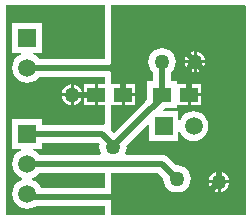
<source format=gbl>
%FSLAX25Y25*%
%MOIN*%
G70*
G01*
G75*
G04 Layer_Physical_Order=2*
G04 Layer_Color=16711680*
%ADD10O,0.02362X0.08661*%
%ADD11R,0.05000X0.06000*%
%ADD12R,0.06000X0.05000*%
%ADD13C,0.02000*%
%ADD14R,0.05906X0.05906*%
%ADD15C,0.05906*%
%ADD16R,0.05906X0.05906*%
%ADD17C,0.05000*%
G36*
X143461Y118475D02*
X122022D01*
X121826Y118947D01*
X121032Y119981D01*
X119998Y120775D01*
X119024Y121178D01*
Y121719D01*
X119998Y122123D01*
X121032Y122916D01*
X121421Y123423D01*
X143461D01*
Y118475D01*
D02*
G37*
G36*
X190328Y179277D02*
X190500Y178848D01*
Y109449D01*
X145500D01*
Y123423D01*
X161247D01*
X162991Y121678D01*
X162961Y121449D01*
X163116Y120274D01*
X163569Y119179D01*
X164291Y118239D01*
X165231Y117518D01*
X166325Y117065D01*
X167500Y116910D01*
X168675Y117065D01*
X169769Y117518D01*
X170709Y118239D01*
X171431Y119179D01*
X171884Y120274D01*
X172039Y121449D01*
X171884Y122624D01*
X171431Y123718D01*
X170709Y124658D01*
X169769Y125380D01*
X168675Y125833D01*
X167500Y125988D01*
X167271Y125957D01*
X164640Y128588D01*
X164013Y129069D01*
X163799Y129158D01*
X163283Y129372D01*
X162500Y129475D01*
X150567D01*
X150240Y129975D01*
X150571Y130774D01*
X150726Y131949D01*
X150651Y132520D01*
X157585Y139454D01*
X158047Y139263D01*
Y134047D01*
X167953D01*
Y136936D01*
X168453Y137036D01*
X168674Y136502D01*
X169468Y135468D01*
X170502Y134674D01*
X171707Y134175D01*
X173000Y134004D01*
X174293Y134175D01*
X175498Y134674D01*
X176532Y135468D01*
X177326Y136502D01*
X177825Y137707D01*
X177996Y139000D01*
X177825Y140293D01*
X177326Y141498D01*
X176532Y142532D01*
X175498Y143326D01*
X174293Y143825D01*
X173000Y143995D01*
X171707Y143825D01*
X170502Y143326D01*
X169468Y142532D01*
X168674Y141498D01*
X168453Y140964D01*
X167953Y141064D01*
Y143953D01*
X163124D01*
X162932Y144415D01*
X163467Y144949D01*
X167500D01*
Y145949D01*
X171000D01*
Y149449D01*
Y152949D01*
X167500D01*
Y153949D01*
X165526D01*
Y157098D01*
X165709Y157239D01*
X166431Y158179D01*
X166884Y159274D01*
X167039Y160449D01*
X166884Y161624D01*
X166431Y162718D01*
X165709Y163658D01*
X164769Y164380D01*
X163675Y164833D01*
X162500Y164988D01*
X161325Y164833D01*
X160231Y164380D01*
X159291Y163658D01*
X158569Y162718D01*
X158116Y161624D01*
X157961Y160449D01*
X158116Y159274D01*
X158569Y158179D01*
X159291Y157239D01*
X159474Y157098D01*
Y153949D01*
X157500D01*
Y147660D01*
X157292Y147573D01*
X156665Y147092D01*
X146400Y136828D01*
X145500Y137728D01*
Y145949D01*
X149000D01*
Y149449D01*
Y152949D01*
X145539D01*
Y155423D01*
X145500Y155620D01*
Y161278D01*
X145539Y161475D01*
Y163184D01*
X145500Y163381D01*
Y163582D01*
Y179449D01*
X189870D01*
X190328Y179277D01*
D02*
G37*
G36*
X141773Y132896D02*
X141648Y131949D01*
X141803Y130774D01*
X142134Y129975D01*
X141808Y129475D01*
X121421D01*
X121032Y129981D01*
X119998Y130775D01*
X119464Y130996D01*
X119564Y131496D01*
X122453D01*
Y133423D01*
X141247D01*
X141773Y132896D01*
D02*
G37*
G36*
X143461Y163381D02*
Y163381D01*
Y163381D01*
X143500Y163184D01*
Y161475D01*
X121421D01*
X121032Y161981D01*
X119998Y162775D01*
X119464Y162996D01*
X119564Y163496D01*
X122453D01*
Y173402D01*
X112547D01*
Y163496D01*
X115436D01*
X115536Y162996D01*
X115002Y162775D01*
X113968Y161981D01*
X113174Y160947D01*
X112675Y159742D01*
X112504Y158449D01*
X112675Y157156D01*
X113174Y155951D01*
X113968Y154917D01*
X115002Y154123D01*
X116207Y153624D01*
X117500Y153453D01*
X118793Y153624D01*
X119998Y154123D01*
X121032Y154917D01*
X121421Y155423D01*
X143500D01*
Y152949D01*
X141000D01*
Y149449D01*
Y145949D01*
X143461D01*
Y144949D01*
Y139802D01*
X142961Y139414D01*
X142500Y139475D01*
X122453D01*
Y141402D01*
X112547D01*
Y131496D01*
X115436D01*
X115536Y130996D01*
X115002Y130775D01*
X113968Y129981D01*
X113174Y128947D01*
X112675Y127742D01*
X112504Y126449D01*
X112675Y125156D01*
X113174Y123951D01*
X113968Y122916D01*
X115002Y122123D01*
X115976Y121719D01*
Y121178D01*
X115002Y120775D01*
X113968Y119981D01*
X113174Y118947D01*
X112675Y117742D01*
X112504Y116449D01*
X112675Y115156D01*
X113174Y113951D01*
X113968Y112917D01*
X115002Y112123D01*
X116207Y111624D01*
X117500Y111453D01*
X118793Y111624D01*
X119998Y112123D01*
X120389Y112423D01*
X143461D01*
Y109449D01*
X110500D01*
Y110449D01*
Y179449D01*
X143461D01*
Y163381D01*
D02*
G37*
%LPC*%
G36*
X175500Y148949D02*
X172000D01*
Y145949D01*
X175500D01*
Y148949D01*
D02*
G37*
G36*
X153500D02*
X150000D01*
Y145949D01*
X153500D01*
Y148949D01*
D02*
G37*
G36*
X140000D02*
X136426D01*
X136500Y148772D01*
Y145949D01*
X140000D01*
Y148949D01*
D02*
G37*
G36*
X184964Y119949D02*
X182000D01*
Y116984D01*
X182414Y117039D01*
X183265Y117392D01*
X183996Y117953D01*
X184557Y118684D01*
X184910Y119535D01*
X184964Y119949D01*
D02*
G37*
G36*
X181000D02*
X178036D01*
X178090Y119535D01*
X178443Y118684D01*
X179004Y117953D01*
X179735Y117392D01*
X180586Y117039D01*
X181000Y116984D01*
Y119949D01*
D02*
G37*
G36*
X182000Y123913D02*
Y120949D01*
X184964D01*
X184910Y121362D01*
X184557Y122214D01*
X183996Y122945D01*
X183265Y123506D01*
X182414Y123859D01*
X182000Y123913D01*
D02*
G37*
G36*
X181000D02*
X180586Y123859D01*
X179735Y123506D01*
X179004Y122945D01*
X178443Y122214D01*
X178090Y121362D01*
X178036Y120949D01*
X181000D01*
Y123913D01*
D02*
G37*
G36*
X173000Y159949D02*
X170036D01*
X170090Y159535D01*
X170443Y158684D01*
X171004Y157953D01*
X171735Y157392D01*
X172586Y157039D01*
X173000Y156984D01*
Y159949D01*
D02*
G37*
G36*
X175500Y152949D02*
X172000D01*
Y149949D01*
X175500D01*
Y152949D01*
D02*
G37*
G36*
X176964Y159949D02*
X174000D01*
Y156984D01*
X174414Y157039D01*
X175265Y157392D01*
X175996Y157953D01*
X176557Y158684D01*
X176910Y159535D01*
X176964Y159949D01*
D02*
G37*
G36*
X174000Y163913D02*
Y160949D01*
X176964D01*
X176910Y161363D01*
X176557Y162214D01*
X175996Y162945D01*
X175265Y163506D01*
X174414Y163859D01*
X174000Y163913D01*
D02*
G37*
G36*
X173000D02*
X172586Y163859D01*
X171735Y163506D01*
X171004Y162945D01*
X170443Y162214D01*
X170090Y161363D01*
X170036Y160949D01*
X173000D01*
Y163913D01*
D02*
G37*
G36*
X133000Y152913D02*
Y149449D01*
Y145984D01*
X133414Y146039D01*
X134265Y146392D01*
X134996Y146953D01*
X135557Y147684D01*
X135910Y148535D01*
X135996Y149192D01*
Y149192D01*
X136000Y149219D01*
X136000Y149219D01*
Y149678D01*
X136000Y149679D01*
X135996Y149706D01*
Y149706D01*
X135910Y150363D01*
X135557Y151214D01*
X134996Y151945D01*
X134265Y152506D01*
X133414Y152859D01*
X133000Y152913D01*
D02*
G37*
G36*
X132000Y148949D02*
X129036D01*
X129090Y148535D01*
X129443Y147684D01*
X130004Y146953D01*
X130735Y146392D01*
X131586Y146039D01*
X132000Y145984D01*
Y148949D01*
D02*
G37*
G36*
Y152913D02*
X131586Y152859D01*
X130735Y152506D01*
X130004Y151945D01*
X129443Y151214D01*
X129090Y150363D01*
X129036Y149949D01*
X132000D01*
Y152913D01*
D02*
G37*
G36*
X153500Y152949D02*
X150000D01*
Y149949D01*
X153500D01*
Y152949D01*
D02*
G37*
G36*
X140000D02*
X136500D01*
Y150126D01*
X136426Y149949D01*
X140000D01*
Y152949D01*
D02*
G37*
%LPD*%
D12*
X140500Y149449D02*
D03*
X149500D02*
D03*
X162500D02*
D03*
X171500D02*
D03*
D13*
X162500Y126449D02*
X167500Y121449D01*
X162500Y149449D02*
Y160449D01*
X117500Y126449D02*
X162500D01*
X117500Y136449D02*
X142500D01*
X146187Y132762D01*
X162500Y148262D02*
Y149449D01*
X159191Y144953D02*
X162500Y148262D01*
X158805Y144953D02*
X159191D01*
X146187Y132335D02*
X158805Y144953D01*
X146187Y131949D02*
Y132335D01*
Y132762D01*
X168000Y165949D02*
X173500Y160449D01*
X160222Y165949D02*
X168000D01*
X159722Y165449D02*
X160222Y165949D01*
X152500Y165449D02*
X159722D01*
X145500Y158449D02*
X152500Y165449D01*
X117500Y158449D02*
X145500D01*
X132500Y149449D02*
X140500D01*
X176500Y115449D02*
X181500Y120449D01*
X118500Y115449D02*
X176500D01*
X117500Y116449D02*
X118500Y115449D01*
X171500Y149449D02*
Y158449D01*
X173500Y160449D01*
X181500Y120449D02*
Y152449D01*
X173500Y160449D02*
X181500Y152449D01*
X149500Y149449D02*
Y154449D01*
X145500Y158449D02*
X149500Y154449D01*
D14*
X117500Y136449D02*
D03*
Y168449D02*
D03*
D15*
Y126449D02*
D03*
Y116449D02*
D03*
Y158449D02*
D03*
X173000Y139000D02*
D03*
D16*
X163000D02*
D03*
D17*
X167500Y121449D02*
D03*
X162500Y160449D02*
D03*
X146187Y131949D02*
D03*
X173500Y160449D02*
D03*
X132500Y149449D02*
D03*
X181500Y120449D02*
D03*
M02*

</source>
